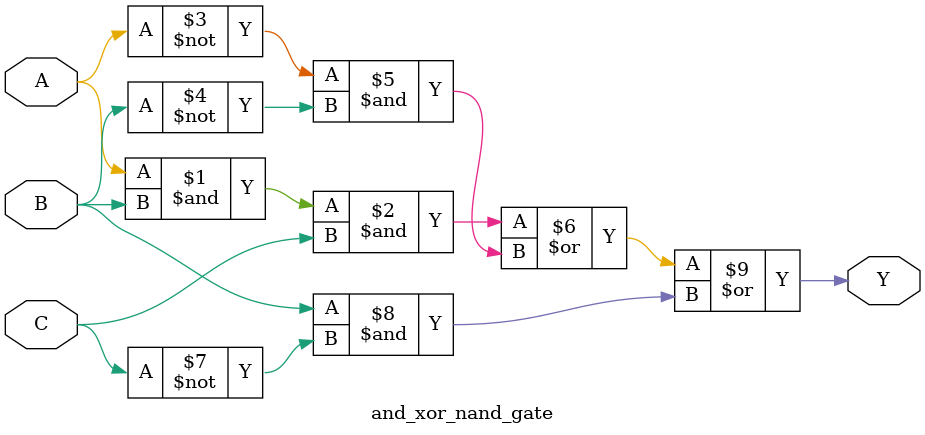
<source format=sv>
module and_xor_nand_gate (
    input wire A, B, C,   // 输入A, B, C
    output wire Y         // 输出Y
);
    // 优化后的表达式
    assign Y = (A & B & C) | (~A & ~B) | (B & ~C);
endmodule
</source>
